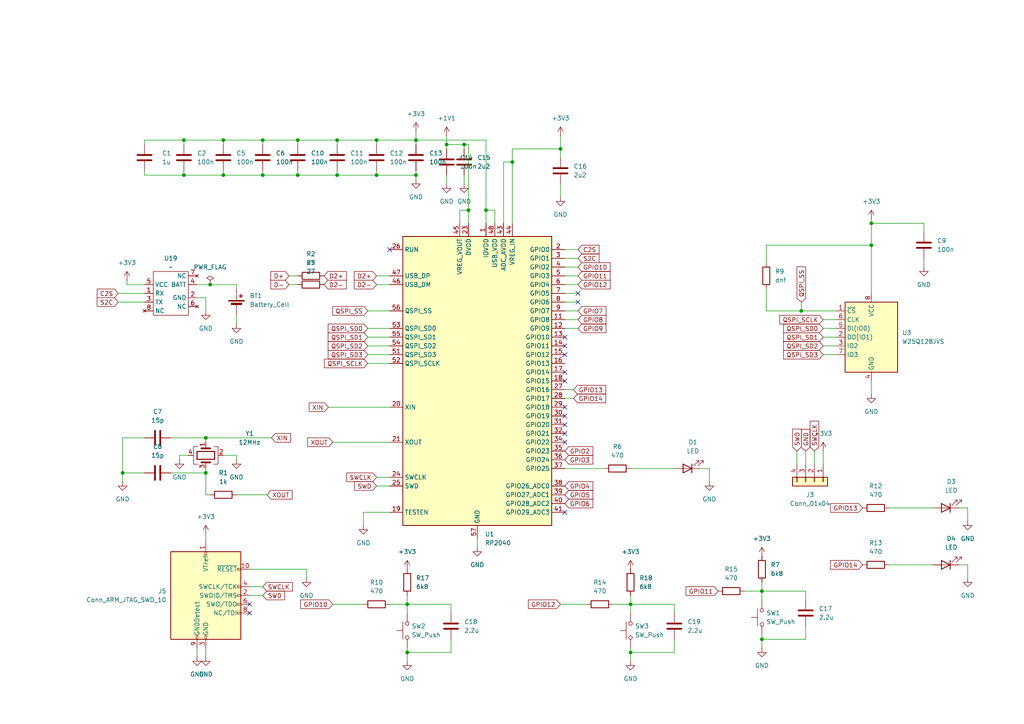
<source format=kicad_sch>
(kicad_sch (version 20231120) (generator "eeschema") (generator_version "8.0")
  (paper "A4")
  (lib_symbols
    (symbol "Connector:Conn_ARM_JTAG_SWD_10" (pin_names (offset 1.016))
      (property "Reference" "J" (at -2.54 16.51 0))
      (property "Value" "Conn_ARM_JTAG_SWD_10" (at -2.54 13.97 0))
      (symbol "Conn_ARM_JTAG_SWD_10_0_1"
        (rectangle (start -10.16 12.7) (end 10.16 -12.7) (stroke (width 0.254)) (fill (type background)))
        (rectangle (start -2.794 -12.7) (end -2.286 -11.684))
        (rectangle (start -0.254 -12.7) (end 0.254 -11.684))
        (rectangle (start -0.254 12.7) (end 0.254 11.684))
        (rectangle (start 9.144 2.286) (end 10.16 2.794))
        (rectangle (start 10.16 -2.794) (end 9.144 -2.286))
        (rectangle (start 10.16 -0.254) (end 9.144 0.254))
        (rectangle (start 10.16 7.874) (end 9.144 7.366))
      )
      (symbol "Conn_ARM_JTAG_SWD_10_1_1"
        (rectangle (start 9.144 -5.334) (end 10.16 -4.826))
        (pin power_in line (at 0 15.24 270) (length 2.54) (name "VTref") (number "1"))
        (pin open_collector line (at 12.7 7.62 180) (length 2.54) (name "~{RESET}") (number "10"))
        (pin bidirectional line (at 12.7 0 180) (length 2.54) (name "SWDIO/TMS") (number "2"))
        (pin power_in line (at 0 -15.24 90) (length 2.54) (name "GND") (number "3"))
        (pin output line (at 12.7 2.54 180) (length 2.54) (name "SWCLK/TCK") (number "4"))
        (pin passive line (at 0 -15.24 90) (length 2.54) hide (name "GND") (number "5"))
        (pin input line (at 12.7 -2.54 180) (length 2.54) (name "SWO/TDO") (number "6"))
        (pin no_connect line (at -10.16 0 0) (length 2.54) hide (name "KEY") (number "7"))
        (pin output line (at 12.7 -5.08 180) (length 2.54) (name "NC/TDI") (number "8"))
        (pin passive line (at -2.54 -15.24 90) (length 2.54) (name "GNDDetect") (number "9"))
      )
    )
    (symbol "Connector_Generic:Conn_01x04" (pin_names (offset 1.016) hide)
      (property "Reference" "J" (at 0 5.08 0))
      (property "Value" "Conn_01x04" (at 0 -7.62 0))
      (symbol "Conn_01x04_1_1"
        (rectangle (start -1.27 -4.953) (end 0 -5.207) (stroke (width 0.1524)))
        (rectangle (start -1.27 -2.413) (end 0 -2.667) (stroke (width 0.1524)))
        (rectangle (start -1.27 0.127) (end 0 -0.127) (stroke (width 0.1524)))
        (rectangle (start -1.27 2.667) (end 0 2.413) (stroke (width 0.1524)))
        (rectangle (start -1.27 3.81) (end 1.27 -6.35) (stroke (width 0.254)) (fill (type background)))
        (pin passive line (at -5.08 2.54 0) (length 3.81) (name "Pin_1") (number "1"))
        (pin passive line (at -5.08 0 0) (length 3.81) (name "Pin_2") (number "2"))
        (pin passive line (at -5.08 -2.54 0) (length 3.81) (name "Pin_3") (number "3"))
        (pin passive line (at -5.08 -5.08 0) (length 3.81) (name "Pin_4") (number "4"))
      )
    )
    (symbol "Device:Battery_Cell" (pin_numbers hide) (pin_names (offset 0) hide)
      (property "Reference" "BT" (at 2.54 2.54 0))
      (property "Value" "Battery_Cell" (at 2.54 0 0))
      (symbol "Battery_Cell_0_1"
        (rectangle (start -2.286 1.778) (end 2.286 1.524) (fill (type outline)))
        (rectangle (start -1.524 1.016) (end 1.524 0.508) (fill (type outline)))
        (polyline (pts (xy 0 0.762) (xy 0 0)))
        (polyline (pts (xy 0 1.778) (xy 0 2.54)))
        (polyline (pts (xy 0.762 3.048) (xy 1.778 3.048)) (stroke (width 0.254)))
        (polyline (pts (xy 1.27 3.556) (xy 1.27 2.54)) (stroke (width 0.254)))
      )
      (symbol "Battery_Cell_1_1"
        (pin passive line (at 0 5.08 270) (length 2.54) (name "+") (number "1"))
        (pin passive line (at 0 -2.54 90) (length 2.54) (name "-") (number "2"))
      )
    )
    (symbol "Device:C" (pin_numbers hide) (pin_names (offset 0.254))
      (property "Reference" "C" (at 0.635 2.54 0))
      (property "Value" "C" (at 0.635 -2.54 0))
      (symbol "C_0_1"
        (polyline (pts (xy -2.032 -0.762) (xy 2.032 -0.762)) (stroke (width 0.508)))
        (polyline (pts (xy -2.032 0.762) (xy 2.032 0.762)) (stroke (width 0.508)))
      )
      (symbol "C_1_1"
        (pin passive line (at 0 3.81 270) (length 2.794) (name "~") (number "1"))
        (pin passive line (at 0 -3.81 90) (length 2.794) (name "~") (number "2"))
      )
    )
    (symbol "Device:Crystal_GND24" (pin_names (offset 1.016) hide)
      (property "Reference" "Y" (at 3.175 5.08 0))
      (property "Value" "Crystal_GND24" (at 3.175 3.175 0))
      (symbol "Crystal_GND24_0_1"
        (rectangle (start -1.143 2.54) (end 1.143 -2.54) (stroke (width 0.3048)))
        (polyline (pts (xy -2.54 0) (xy -2.032 0)))
        (polyline (pts (xy -2.032 -1.27) (xy -2.032 1.27)) (stroke (width 0.508)))
        (polyline (pts (xy 0 -3.81) (xy 0 -3.556)))
        (polyline (pts (xy 0 3.556) (xy 0 3.81)))
        (polyline (pts (xy 2.032 -1.27) (xy 2.032 1.27)) (stroke (width 0.508)))
        (polyline (pts (xy 2.032 0) (xy 2.54 0)))
        (polyline (pts (xy -2.54 -2.286) (xy -2.54 -3.556) (xy 2.54 -3.556) (xy 2.54 -2.286)))
        (polyline (pts (xy -2.54 2.286) (xy -2.54 3.556) (xy 2.54 3.556) (xy 2.54 2.286)))
      )
      (symbol "Crystal_GND24_1_1"
        (pin passive line (at -3.81 0 0) (length 1.27) (name "1") (number "1"))
        (pin passive line (at 0 5.08 270) (length 1.27) (name "2") (number "2"))
        (pin passive line (at 3.81 0 180) (length 1.27) (name "3") (number "3"))
        (pin passive line (at 0 -5.08 90) (length 1.27) (name "4") (number "4"))
      )
    )
    (symbol "Device:LED" (pin_numbers hide) (pin_names (offset 1.016) hide)
      (property "Reference" "D" (at 0 2.54 0))
      (property "Value" "LED" (at 0 -2.54 0))
      (symbol "LED_0_1"
        (polyline (pts (xy -1.27 -1.27) (xy -1.27 1.27)) (stroke (width 0.254)))
        (polyline (pts (xy -1.27 0) (xy 1.27 0)))
        (polyline (pts (xy 1.27 -1.27) (xy 1.27 1.27) (xy -1.27 0) (xy 1.27 -1.27)) (stroke (width 0.254)))
        (polyline (pts (xy -3.048 -0.762) (xy -4.572 -2.286) (xy -3.81 -2.286) (xy -4.572 -2.286) (xy -4.572 -1.524)))
        (polyline (pts (xy -1.778 -0.762) (xy -3.302 -2.286) (xy -2.54 -2.286) (xy -3.302 -2.286) (xy -3.302 -1.524)))
      )
      (symbol "LED_1_1"
        (pin passive line (at -3.81 0 0) (length 2.54) (name "K") (number "1"))
        (pin passive line (at 3.81 0 180) (length 2.54) (name "A") (number "2"))
      )
    )
    (symbol "Device:R" (pin_numbers hide) (pin_names (offset 0))
      (property "Reference" "R" (at 2.032 0 90))
      (property "Value" "R" (at 0 0 90))
      (symbol "R_0_1"
        (rectangle (start -1.016 -2.54) (end 1.016 2.54) (stroke (width 0.254)))
      )
      (symbol "R_1_1"
        (pin passive line (at 0 3.81 270) (length 1.27) (name "~") (number "1"))
        (pin passive line (at 0 -3.81 90) (length 1.27) (name "~") (number "2"))
      )
    )
    (symbol "GPS:GPS-54D"
      (property "Reference" "U" (at 0 0 0))
      (symbol "GPS-54D_0_1"
        (rectangle (start -5.08 5.08) (end 5.08 -7.62))
      )
      (symbol "GPS-54D_1_1"
        (pin input line (at -7.62 -1.27 0) (length 2.54) (name "RX") (number "1"))
        (pin power_in line (at 7.62 -2.54 180) (length 2.54) (name "GND") (number "2"))
        (pin output line (at -7.62 -3.81 0) (length 2.54) (name "TX") (number "3"))
        (pin power_in line (at 7.62 1.27 180) (length 2.54) (name "BATT") (number "4"))
        (pin power_in line (at -7.62 1.27 0) (length 2.54) (name "VCC") (number "5"))
        (pin no_connect line (at 7.62 -5.08 180) (length 2.54) (name "NC") (number "6"))
        (pin no_connect line (at 7.62 3.81 180) (length 2.54) (name "NC") (number "7"))
        (pin no_connect line (at -7.62 -6.35 0) (length 2.54) (name "NC") (number "8"))
      )
    )
    (symbol "MCU_RaspberryPi:RP2040"
      (property "Reference" "U" (at 17.78 45.72 0))
      (property "Value" "RP2040" (at 17.78 43.18 0))
      (symbol "RP2040_0_1"
        (rectangle (start -21.59 41.91) (end 21.59 -41.91) (stroke (width 0.254)) (fill (type background)))
      )
      (symbol "RP2040_1_1"
        (pin power_in line (at 2.54 45.72 270) (length 3.81) (name "IOVDD") (number "1"))
        (pin passive line (at 2.54 45.72 270) (length 3.81) hide (name "IOVDD") (number "10"))
        (pin bidirectional line (at 25.4 17.78 180) (length 3.81) (name "GPIO8") (number "11"))
        (pin bidirectional line (at 25.4 15.24 180) (length 3.81) (name "GPIO9") (number "12"))
        (pin bidirectional line (at 25.4 12.7 180) (length 3.81) (name "GPIO10") (number "13"))
        (pin bidirectional line (at 25.4 10.16 180) (length 3.81) (name "GPIO11") (number "14"))
        (pin bidirectional line (at 25.4 7.62 180) (length 3.81) (name "GPIO12") (number "15"))
        (pin bidirectional line (at 25.4 5.08 180) (length 3.81) (name "GPIO13") (number "16"))
        (pin bidirectional line (at 25.4 2.54 180) (length 3.81) (name "GPIO14") (number "17"))
        (pin bidirectional line (at 25.4 0 180) (length 3.81) (name "GPIO15") (number "18"))
        (pin input line (at -25.4 -38.1 0) (length 3.81) (name "TESTEN") (number "19"))
        (pin bidirectional line (at 25.4 38.1 180) (length 3.81) (name "GPIO0") (number "2"))
        (pin input line (at -25.4 -7.62 0) (length 3.81) (name "XIN") (number "20"))
        (pin passive line (at -25.4 -17.78 0) (length 3.81) (name "XOUT") (number "21"))
        (pin passive line (at 2.54 45.72 270) (length 3.81) hide (name "IOVDD") (number "22"))
        (pin power_in line (at -2.54 45.72 270) (length 3.81) (name "DVDD") (number "23"))
        (pin input line (at -25.4 -27.94 0) (length 3.81) (name "SWCLK") (number "24"))
        (pin bidirectional line (at -25.4 -30.48 0) (length 3.81) (name "SWD") (number "25"))
        (pin input line (at -25.4 38.1 0) (length 3.81) (name "RUN") (number "26"))
        (pin bidirectional line (at 25.4 -2.54 180) (length 3.81) (name "GPIO16") (number "27"))
        (pin bidirectional line (at 25.4 -5.08 180) (length 3.81) (name "GPIO17") (number "28"))
        (pin bidirectional line (at 25.4 -7.62 180) (length 3.81) (name "GPIO18") (number "29"))
        (pin bidirectional line (at 25.4 35.56 180) (length 3.81) (name "GPIO1") (number "3"))
        (pin bidirectional line (at 25.4 -10.16 180) (length 3.81) (name "GPIO19") (number "30"))
        (pin bidirectional line (at 25.4 -12.7 180) (length 3.81) (name "GPIO20") (number "31"))
        (pin bidirectional line (at 25.4 -15.24 180) (length 3.81) (name "GPIO21") (number "32"))
        (pin passive line (at 2.54 45.72 270) (length 3.81) hide (name "IOVDD") (number "33"))
        (pin bidirectional line (at 25.4 -17.78 180) (length 3.81) (name "GPIO22") (number "34"))
        (pin bidirectional line (at 25.4 -20.32 180) (length 3.81) (name "GPIO23") (number "35"))
        (pin bidirectional line (at 25.4 -22.86 180) (length 3.81) (name "GPIO24") (number "36"))
        (pin bidirectional line (at 25.4 -25.4 180) (length 3.81) (name "GPIO25") (number "37"))
        (pin bidirectional line (at 25.4 -30.48 180) (length 3.81) (name "GPIO26_ADC0") (number "38"))
        (pin bidirectional line (at 25.4 -33.02 180) (length 3.81) (name "GPIO27_ADC1") (number "39"))
        (pin bidirectional line (at 25.4 33.02 180) (length 3.81) (name "GPIO2") (number "4"))
        (pin bidirectional line (at 25.4 -35.56 180) (length 3.81) (name "GPIO28_ADC2") (number "40"))
        (pin bidirectional line (at 25.4 -38.1 180) (length 3.81) (name "GPIO29_ADC3") (number "41"))
        (pin passive line (at 2.54 45.72 270) (length 3.81) hide (name "IOVDD") (number "42"))
        (pin power_in line (at 7.62 45.72 270) (length 3.81) (name "ADC_AVDD") (number "43"))
        (pin power_in line (at 10.16 45.72 270) (length 3.81) (name "VREG_IN") (number "44"))
        (pin power_out line (at -5.08 45.72 270) (length 3.81) (name "VREG_VOUT") (number "45"))
        (pin bidirectional line (at -25.4 27.94 0) (length 3.81) (name "USB_DM") (number "46"))
        (pin bidirectional line (at -25.4 30.48 0) (length 3.81) (name "USB_DP") (number "47"))
        (pin power_in line (at 5.08 45.72 270) (length 3.81) (name "USB_VDD") (number "48"))
        (pin passive line (at 2.54 45.72 270) (length 3.81) hide (name "IOVDD") (number "49"))
        (pin bidirectional line (at 25.4 30.48 180) (length 3.81) (name "GPIO3") (number "5"))
        (pin passive line (at -2.54 45.72 270) (length 3.81) hide (name "DVDD") (number "50"))
        (pin bidirectional line (at -25.4 7.62 0) (length 3.81) (name "QSPI_SD3") (number "51"))
        (pin output line (at -25.4 5.08 0) (length 3.81) (name "QSPI_SCLK") (number "52"))
        (pin bidirectional line (at -25.4 15.24 0) (length 3.81) (name "QSPI_SD0") (number "53"))
        (pin bidirectional line (at -25.4 10.16 0) (length 3.81) (name "QSPI_SD2") (number "54"))
        (pin bidirectional line (at -25.4 12.7 0) (length 3.81) (name "QSPI_SD1") (number "55"))
        (pin bidirectional line (at -25.4 20.32 0) (length 3.81) (name "QSPI_SS") (number "56"))
        (pin power_in line (at 0 -45.72 90) (length 3.81) (name "GND") (number "57"))
        (pin bidirectional line (at 25.4 27.94 180) (length 3.81) (name "GPIO4") (number "6"))
        (pin bidirectional line (at 25.4 25.4 180) (length 3.81) (name "GPIO5") (number "7"))
        (pin bidirectional line (at 25.4 22.86 180) (length 3.81) (name "GPIO6") (number "8"))
        (pin bidirectional line (at 25.4 20.32 180) (length 3.81) (name "GPIO7") (number "9"))
      )
    )
    (symbol "Memory_Flash:W25Q128JVS"
      (property "Reference" "U" (at -6.35 11.43 0))
      (property "Value" "W25Q128JVS" (at 7.62 11.43 0))
      (symbol "W25Q128JVS_0_1"
        (rectangle (start -7.62 10.16) (end 7.62 -10.16) (stroke (width 0.254)) (fill (type background)))
      )
      (symbol "W25Q128JVS_1_1"
        (pin input line (at -10.16 7.62 0) (length 2.54) (name "~{CS}") (number "1"))
        (pin bidirectional line (at -10.16 0 0) (length 2.54) (name "DO(IO1)") (number "2"))
        (pin bidirectional line (at -10.16 -2.54 0) (length 2.54) (name "IO2") (number "3"))
        (pin power_in line (at 0 -12.7 90) (length 2.54) (name "GND") (number "4"))
        (pin bidirectional line (at -10.16 2.54 0) (length 2.54) (name "DI(IO0)") (number "5"))
        (pin input line (at -10.16 5.08 0) (length 2.54) (name "CLK") (number "6"))
        (pin bidirectional line (at -10.16 -5.08 0) (length 2.54) (name "IO3") (number "7"))
        (pin power_in line (at 0 12.7 270) (length 2.54) (name "VCC") (number "8"))
      )
    )
    (symbol "Switch:SW_Push" (pin_numbers hide) (pin_names (offset 1.016) hide)
      (property "Reference" "SW" (at 1.27 2.54 0))
      (property "Value" "SW_Push" (at 0 -1.524 0))
      (symbol "SW_Push_0_1"
        (circle (center -2.032 0) (radius 0.508))
        (polyline (pts (xy 0 1.27) (xy 0 3.048)))
        (polyline (pts (xy 2.54 1.27) (xy -2.54 1.27)))
        (circle (center 2.032 0) (radius 0.508))
        (pin passive line (at -5.08 0 0) (length 2.54) (name "1") (number "1"))
        (pin passive line (at 5.08 0 180) (length 2.54) (name "2") (number "2"))
      )
    )
    (symbol "power:+1V1" (power) (pin_numbers hide) (pin_names (offset 0) hide)
      (property "Value" "+1V1" (at 0 3.556 0))
      (symbol "+1V1_0_1"
        (polyline (pts (xy -0.762 1.27) (xy 0 2.54)))
        (polyline (pts (xy 0 0) (xy 0 2.54)))
        (polyline (pts (xy 0 2.54) (xy 0.762 1.27)))
      )
      (symbol "+1V1_1_1"
        (pin power_in line (at 0 0 90) (length 0) (name "~") (number "1"))
      )
    )
    (symbol "power:+3V3" (power) (pin_numbers hide) (pin_names (offset 0) hide)
      (property "Value" "+3V3" (at 0 3.556 0))
      (symbol "+3V3_0_1"
        (polyline (pts (xy -0.762 1.27) (xy 0 2.54)))
        (polyline (pts (xy 0 0) (xy 0 2.54)))
        (polyline (pts (xy 0 2.54) (xy 0.762 1.27)))
      )
      (symbol "+3V3_1_1"
        (pin power_in line (at 0 0 90) (length 0) (name "~") (number "1"))
      )
    )
    (symbol "power:GND" (power) (pin_numbers hide) (pin_names (offset 0) hide)
      (property "Value" "GND" (at 0 -3.81 0))
      (symbol "GND_0_1"
        (polyline (pts (xy 0 0) (xy 0 -1.27) (xy 1.27 -1.27) (xy 0 -2.54) (xy -1.27 -1.27) (xy 0 -1.27)))
      )
      (symbol "GND_1_1"
        (pin power_in line (at 0 0 270) (length 0) (name "~") (number "1"))
      )
    )
    (symbol "power:PWR_FLAG" (power) (pin_numbers hide) (pin_names (offset 0) hide)
      (property "Value" "PWR_FLAG" (at 0 3.81 0))
      (symbol "PWR_FLAG_0_0"
        (pin power_out line (at 0 0 90) (length 0) (name "~") (number "1"))
      )
      (symbol "PWR_FLAG_0_1"
        (polyline (pts (xy 0 0) (xy 0 1.27) (xy -1.016 1.905) (xy 0 2.54) (xy 1.016 1.905) (xy 0 1.27)))
      )
    )
  )
  (junction (at 53.34 40.64))
  (junction (at 64.77 50.8))
  (junction (at 97.79 40.64))
  (junction (at 86.36 40.64))
  (junction (at 220.98 185.42))
  (junction (at 109.22 40.64))
  (junction (at 182.88 189.23))
  (junction (at 118.11 189.23))
  (junction (at 118.11 175.26))
  (junction (at 140.97 60.96))
  (junction (at 182.88 175.26))
  (junction (at 148.59 46.99))
  (junction (at 232.41 90.17))
  (junction (at 162.56 43.18))
  (junction (at 120.65 50.8))
  (junction (at 252.73 64.77))
  (junction (at 53.34 50.8))
  (junction (at 120.65 40.64))
  (junction (at 86.36 50.8))
  (junction (at 64.77 40.64))
  (junction (at 220.98 171.45))
  (junction (at 76.2 40.64))
  (junction (at 109.22 50.8))
  (junction (at 35.56 137.16))
  (junction (at 252.73 71.12))
  (junction (at 60.96 82.55))
  (junction (at 135.89 60.96))
  (junction (at 129.54 41.91))
  (junction (at 134.62 41.91))
  (junction (at 97.79 50.8))
  (junction (at 59.69 137.16))
  (junction (at 76.2 50.8))
  (junction (at 59.69 127))
  (no_connect (at 163.83 110.49))
  (no_connect (at 163.83 107.95))
  (no_connect (at 72.39 175.26))
  (no_connect (at 163.83 148.59))
  (no_connect (at 163.83 118.11))
  (no_connect (at 167.64 85.09))
  (no_connect (at 163.83 97.79))
  (no_connect (at 113.03 72.39))
  (no_connect (at 167.64 87.63))
  (no_connect (at 163.83 102.87))
  (no_connect (at 72.39 177.8))
  (no_connect (at 163.83 125.73))
  (no_connect (at 163.83 128.27))
  (no_connect (at 163.83 120.65))
  (no_connect (at 163.83 100.33))
  (no_connect (at 163.83 123.19))
  (wire (pts (xy 53.34 50.8) (xy 64.77 50.8)))
  (wire (pts (xy 148.59 64.77) (xy 148.59 46.99)))
  (wire (pts (xy 52.07 132.08) (xy 54.61 132.08)))
  (wire (pts (xy 86.36 40.64) (xy 76.2 40.64)))
  (wire (pts (xy 113.03 118.11) (xy 95.25 118.11)))
  (wire (pts (xy 182.88 189.23) (xy 195.58 189.23)))
  (wire (pts (xy 109.22 50.8) (xy 120.65 50.8)))
  (wire (pts (xy 106.68 102.87) (xy 113.03 102.87)))
  (wire (pts (xy 148.59 46.99) (xy 148.59 43.18)))
  (wire (pts (xy 41.91 41.91) (xy 41.91 40.64)))
  (wire (pts (xy 203.2 135.89) (xy 205.74 135.89)))
  (wire (pts (xy 163.83 80.01) (xy 167.64 80.01)))
  (wire (pts (xy 96.52 175.26) (xy 105.41 175.26)))
  (wire (pts (xy 109.22 140.97) (xy 113.03 140.97)))
  (wire (pts (xy 106.68 95.25) (xy 113.03 95.25)))
  (wire (pts (xy 133.35 60.96) (xy 135.89 60.96)))
  (wire (pts (xy 233.68 185.42) (xy 233.68 181.61)))
  (wire (pts (xy 59.69 143.51) (xy 60.96 143.51)))
  (wire (pts (xy 257.81 147.32) (xy 270.51 147.32)))
  (wire (pts (xy 106.68 100.33) (xy 113.03 100.33)))
  (wire (pts (xy 195.58 185.42) (xy 195.58 189.23)))
  (wire (pts (xy 182.88 177.8) (xy 182.88 175.26)))
  (wire (pts (xy 232.41 90.17) (xy 242.57 90.17)))
  (wire (pts (xy 129.54 50.8) (xy 129.54 53.34)))
  (wire (pts (xy 163.83 82.55) (xy 167.64 82.55)))
  (wire (pts (xy 162.56 53.34) (xy 162.56 57.15)))
  (wire (pts (xy 36.83 81.28) (xy 36.83 82.55)))
  (wire (pts (xy 134.62 41.91) (xy 134.62 43.18)))
  (wire (pts (xy 35.56 137.16) (xy 41.91 137.16)))
  (wire (pts (xy 109.22 82.55) (xy 113.03 82.55)))
  (wire (pts (xy 163.83 77.47) (xy 167.64 77.47)))
  (wire (pts (xy 220.98 168.91) (xy 220.98 171.45)))
  (wire (pts (xy 162.56 39.37) (xy 162.56 43.18)))
  (wire (pts (xy 177.8 175.26) (xy 182.88 175.26)))
  (wire (pts (xy 236.22 130.81) (xy 236.22 134.62)))
  (wire (pts (xy 182.88 135.89) (xy 195.58 135.89)))
  (wire (pts (xy 129.54 41.91) (xy 129.54 43.18)))
  (wire (pts (xy 118.11 177.8) (xy 118.11 175.26)))
  (wire (pts (xy 182.88 172.72) (xy 182.88 175.26)))
  (wire (pts (xy 76.2 40.64) (xy 64.77 40.64)))
  (wire (pts (xy 143.51 60.96) (xy 140.97 60.96)))
  (wire (pts (xy 233.68 171.45) (xy 233.68 173.99)))
  (wire (pts (xy 215.9 171.45) (xy 220.98 171.45)))
  (wire (pts (xy 220.98 185.42) (xy 220.98 187.96)))
  (wire (pts (xy 64.77 40.64) (xy 53.34 40.64)))
  (wire (pts (xy 34.29 87.63) (xy 41.91 87.63)))
  (wire (pts (xy 232.41 87.63) (xy 232.41 90.17)))
  (wire (pts (xy 97.79 49.53) (xy 97.79 50.8)))
  (wire (pts (xy 76.2 40.64) (xy 76.2 41.91)))
  (wire (pts (xy 129.54 39.37) (xy 129.54 41.91)))
  (wire (pts (xy 163.83 85.09) (xy 167.64 85.09)))
  (wire (pts (xy 118.11 189.23) (xy 118.11 191.77)))
  (wire (pts (xy 120.65 50.8) (xy 120.65 52.07)))
  (wire (pts (xy 57.15 82.55) (xy 60.96 82.55)))
  (wire (pts (xy 280.67 147.32) (xy 280.67 151.13)))
  (wire (pts (xy 59.69 127) (xy 59.69 128.27)))
  (wire (pts (xy 76.2 50.8) (xy 86.36 50.8)))
  (wire (pts (xy 133.35 64.77) (xy 133.35 60.96)))
  (wire (pts (xy 232.41 90.17) (xy 222.25 90.17)))
  (wire (pts (xy 72.39 172.72) (xy 76.2 172.72)))
  (wire (pts (xy 135.89 60.96) (xy 135.89 64.77)))
  (wire (pts (xy 163.83 72.39) (xy 167.64 72.39)))
  (wire (pts (xy 35.56 137.16) (xy 35.56 127)))
  (wire (pts (xy 83.82 82.55) (xy 86.36 82.55)))
  (wire (pts (xy 64.77 40.64) (xy 64.77 41.91)))
  (wire (pts (xy 64.77 132.08) (xy 68.58 132.08)))
  (wire (pts (xy 220.98 171.45) (xy 233.68 171.45)))
  (wire (pts (xy 182.88 187.96) (xy 182.88 189.23)))
  (wire (pts (xy 120.65 49.53) (xy 120.65 50.8)))
  (wire (pts (xy 163.83 92.71) (xy 167.64 92.71)))
  (wire (pts (xy 280.67 163.83) (xy 280.67 167.64)))
  (wire (pts (xy 109.22 80.01) (xy 113.03 80.01)))
  (wire (pts (xy 120.65 40.64) (xy 140.97 40.64)))
  (wire (pts (xy 120.65 40.64) (xy 120.65 38.1)))
  (wire (pts (xy 252.73 64.77) (xy 252.73 71.12)))
  (wire (pts (xy 49.53 127) (xy 59.69 127)))
  (wire (pts (xy 278.13 163.83) (xy 280.67 163.83)))
  (wire (pts (xy 182.88 189.23) (xy 182.88 191.77)))
  (wire (pts (xy 118.11 189.23) (xy 130.81 189.23)))
  (wire (pts (xy 163.83 113.03) (xy 166.37 113.03)))
  (wire (pts (xy 238.76 102.87) (xy 242.57 102.87)))
  (wire (pts (xy 59.69 187.96) (xy 59.69 190.5)))
  (wire (pts (xy 252.73 71.12) (xy 252.73 85.09)))
  (wire (pts (xy 118.11 187.96) (xy 118.11 189.23)))
  (wire (pts (xy 238.76 100.33) (xy 242.57 100.33)))
  (wire (pts (xy 86.36 49.53) (xy 86.36 50.8)))
  (wire (pts (xy 163.83 135.89) (xy 175.26 135.89)))
  (wire (pts (xy 238.76 95.25) (xy 242.57 95.25)))
  (wire (pts (xy 129.54 41.91) (xy 134.62 41.91)))
  (wire (pts (xy 148.59 43.18) (xy 162.56 43.18)))
  (wire (pts (xy 205.74 135.89) (xy 205.74 139.7)))
  (wire (pts (xy 68.58 132.08) (xy 68.58 133.35)))
  (wire (pts (xy 195.58 175.26) (xy 195.58 177.8)))
  (wire (pts (xy 109.22 40.64) (xy 109.22 41.91)))
  (wire (pts (xy 231.14 130.81) (xy 231.14 134.62)))
  (wire (pts (xy 222.25 90.17) (xy 222.25 83.82)))
  (wire (pts (xy 220.98 184.15) (xy 220.98 185.42)))
  (wire (pts (xy 35.56 137.16) (xy 35.56 139.7)))
  (wire (pts (xy 163.83 90.17) (xy 167.64 90.17)))
  (wire (pts (xy 83.82 80.01) (xy 86.36 80.01)))
  (wire (pts (xy 109.22 49.53) (xy 109.22 50.8)))
  (wire (pts (xy 106.68 97.79) (xy 113.03 97.79)))
  (wire (pts (xy 41.91 49.53) (xy 41.91 50.8)))
  (wire (pts (xy 106.68 105.41) (xy 113.03 105.41)))
  (wire (pts (xy 59.69 127) (xy 78.74 127)))
  (wire (pts (xy 76.2 49.53) (xy 76.2 50.8)))
  (wire (pts (xy 53.34 40.64) (xy 53.34 41.91)))
  (wire (pts (xy 68.58 91.44) (xy 68.58 93.98)))
  (wire (pts (xy 68.58 82.55) (xy 68.58 83.82)))
  (wire (pts (xy 97.79 40.64) (xy 86.36 40.64)))
  (wire (pts (xy 252.73 63.5) (xy 252.73 64.77)))
  (wire (pts (xy 238.76 130.81) (xy 238.76 134.62)))
  (wire (pts (xy 163.83 115.57) (xy 166.37 115.57)))
  (wire (pts (xy 97.79 50.8) (xy 109.22 50.8)))
  (wire (pts (xy 252.73 110.49) (xy 252.73 114.3)))
  (wire (pts (xy 49.53 137.16) (xy 59.69 137.16)))
  (wire (pts (xy 130.81 185.42) (xy 130.81 189.23)))
  (wire (pts (xy 41.91 40.64) (xy 53.34 40.64)))
  (wire (pts (xy 34.29 85.09) (xy 41.91 85.09)))
  (wire (pts (xy 88.9 165.1) (xy 88.9 167.64)))
  (wire (pts (xy 53.34 49.53) (xy 53.34 50.8)))
  (wire (pts (xy 57.15 187.96) (xy 57.15 190.5)))
  (wire (pts (xy 60.96 82.55) (xy 68.58 82.55)))
  (wire (pts (xy 57.15 86.36) (xy 59.69 86.36)))
  (wire (pts (xy 118.11 175.26) (xy 130.81 175.26)))
  (wire (pts (xy 118.11 172.72) (xy 118.11 175.26)))
  (wire (pts (xy 140.97 60.96) (xy 140.97 64.77)))
  (wire (pts (xy 146.05 64.77) (xy 146.05 46.99)))
  (wire (pts (xy 86.36 40.64) (xy 86.36 41.91)))
  (wire (pts (xy 59.69 135.89) (xy 59.69 137.16)))
  (wire (pts (xy 134.62 41.91) (xy 135.89 41.91)))
  (wire (pts (xy 105.41 148.59) (xy 113.03 148.59)))
  (wire (pts (xy 135.89 41.91) (xy 135.89 60.96)))
  (wire (pts (xy 86.36 50.8) (xy 97.79 50.8)))
  (wire (pts (xy 59.69 86.36) (xy 59.69 90.17)))
  (wire (pts (xy 120.65 40.64) (xy 109.22 40.64)))
  (wire (pts (xy 278.13 147.32) (xy 280.67 147.32)))
  (wire (pts (xy 143.51 64.77) (xy 143.51 60.96)))
  (wire (pts (xy 68.58 143.51) (xy 77.47 143.51)))
  (wire (pts (xy 222.25 76.2) (xy 222.25 71.12)))
  (wire (pts (xy 52.07 133.35) (xy 52.07 132.08)))
  (wire (pts (xy 97.79 40.64) (xy 97.79 41.91)))
  (wire (pts (xy 130.81 175.26) (xy 130.81 177.8)))
  (wire (pts (xy 257.81 163.83) (xy 270.51 163.83)))
  (wire (pts (xy 146.05 46.99) (xy 148.59 46.99)))
  (wire (pts (xy 140.97 60.96) (xy 140.97 40.64)))
  (wire (pts (xy 267.97 74.93) (xy 267.97 77.47)))
  (wire (pts (xy 163.83 95.25) (xy 167.64 95.25)))
  (wire (pts (xy 267.97 64.77) (xy 267.97 67.31)))
  (wire (pts (xy 233.68 130.81) (xy 233.68 134.62)))
  (wire (pts (xy 182.88 175.26) (xy 195.58 175.26)))
  (wire (pts (xy 162.56 175.26) (xy 170.18 175.26)))
  (wire (pts (xy 96.52 128.27) (xy 113.03 128.27)))
  (wire (pts (xy 59.69 143.51) (xy 59.69 137.16)))
  (wire (pts (xy 134.62 50.8) (xy 134.62 53.34)))
  (wire (pts (xy 238.76 97.79) (xy 242.57 97.79)))
  (wire (pts (xy 162.56 43.18) (xy 162.56 45.72)))
  (wire (pts (xy 59.69 154.94) (xy 59.69 157.48)))
  (wire (pts (xy 64.77 50.8) (xy 76.2 50.8)))
  (wire (pts (xy 252.73 64.77) (xy 267.97 64.77)))
  (wire (pts (xy 222.25 71.12) (xy 252.73 71.12)))
  (wire (pts (xy 220.98 173.99) (xy 220.98 171.45)))
  (wire (pts (xy 41.91 50.8) (xy 53.34 50.8)))
  (wire (pts (xy 163.83 74.93) (xy 167.64 74.93)))
  (wire (pts (xy 109.22 138.43) (xy 113.03 138.43)))
  (wire (pts (xy 238.76 92.71) (xy 242.57 92.71)))
  (wire (pts (xy 35.56 127) (xy 41.91 127)))
  (wire (pts (xy 120.65 40.64) (xy 120.65 41.91)))
  (wire (pts (xy 138.43 156.21) (xy 138.43 158.75)))
  (wire (pts (xy 163.83 87.63) (xy 167.64 87.63)))
  (wire (pts (xy 105.41 152.4) (xy 105.41 148.59)))
  (wire (pts (xy 109.22 40.64) (xy 97.79 40.64)))
  (wire (pts (xy 113.03 175.26) (xy 118.11 175.26)))
  (wire (pts (xy 220.98 185.42) (xy 233.68 185.42)))
  (wire (pts (xy 106.68 90.17) (xy 113.03 90.17)))
  (wire (pts (xy 64.77 49.53) (xy 64.77 50.8)))
  (wire (pts (xy 36.83 82.55) (xy 41.91 82.55)))
  (wire (pts (xy 72.39 165.1) (xy 88.9 165.1)))
  (wire (pts (xy 72.39 170.18) (xy 76.2 170.18)))
  (global_label "GPIO5" (shape input) (at 163.83 143.51 0) (property "Intersheetrefs" "${INTERSHEET_REFS}" (effects (hide yes))))
  (global_label "C2S" (shape input) (at 34.29 85.09 180) (property "Intersheetrefs" "${INTERSHEET_REFS}" (effects (hide yes))))
  (global_label "GPIO8" (shape input) (at 167.64 92.71 0) (property "Intersheetrefs" "${INTERSHEET_REFS}" (effects (hide yes))))
  (global_label "GPIO4" (shape input) (at 163.83 140.97 0) (property "Intersheetrefs" "${INTERSHEET_REFS}" (effects (hide yes))))
  (global_label "GPIO12" (shape input) (at 162.56 175.26 180) (property "Intersheetrefs" "${INTERSHEET_REFS}" (effects (hide yes))))
  (global_label "GPIO3" (shape input) (at 163.83 133.35 0) (property "Intersheetrefs" "${INTERSHEET_REFS}" (effects (hide yes))))
  (global_label "SWCLK" (shape input) (at 236.22 130.81 90) (property "Intersheetrefs" "${INTERSHEET_REFS}" (effects (hide yes))))
  (global_label "D2+" (shape input) (at 109.22 80.01 180) (property "Intersheetrefs" "${INTERSHEET_REFS}" (effects (hide yes))))
  (global_label "SWD" (shape input) (at 76.2 172.72 0) (property "Intersheetrefs" "${INTERSHEET_REFS}" (effects (hide yes))))
  (global_label "QSPI_SD0" (shape input) (at 238.76 95.25 180) (property "Intersheetrefs" "${INTERSHEET_REFS}" (effects (hide yes))))
  (global_label "GPIO2" (shape input) (at 163.83 130.81 0) (property "Intersheetrefs" "${INTERSHEET_REFS}" (effects (hide yes))))
  (global_label "SWD" (shape input) (at 109.22 140.97 180) (property "Intersheetrefs" "${INTERSHEET_REFS}" (effects (hide yes))))
  (global_label "C2S" (shape input) (at 167.64 72.39 0) (property "Intersheetrefs" "${INTERSHEET_REFS}" (effects (hide yes))))
  (global_label "GPIO12" (shape input) (at 167.64 82.55 0) (property "Intersheetrefs" "${INTERSHEET_REFS}" (effects (hide yes))))
  (global_label "XOUT" (shape input) (at 77.47 143.51 0) (property "Intersheetrefs" "${INTERSHEET_REFS}" (effects (hide yes))))
  (global_label "QSPI_SD3" (shape input) (at 238.76 102.87 180) (property "Intersheetrefs" "${INTERSHEET_REFS}" (effects (hide yes))))
  (global_label "GPIO14" (shape input) (at 250.19 163.83 180) (property "Intersheetrefs" "${INTERSHEET_REFS}" (effects (hide yes))))
  (global_label "S2C" (shape input) (at 167.64 74.93 0) (property "Intersheetrefs" "${INTERSHEET_REFS}" (effects (hide yes))))
  (global_label "GPIO14" (shape input) (at 166.37 115.57 0) (property "Intersheetrefs" "${INTERSHEET_REFS}" (effects (hide yes))))
  (global_label "GPIO11" (shape input) (at 167.64 80.01 0) (property "Intersheetrefs" "${INTERSHEET_REFS}" (effects (hide yes))))
  (global_label "S2C" (shape input) (at 34.29 87.63 180) (property "Intersheetrefs" "${INTERSHEET_REFS}" (effects (hide yes))))
  (global_label "GPIO7" (shape input) (at 167.64 90.17 0) (property "Intersheetrefs" "${INTERSHEET_REFS}" (effects (hide yes))))
  (global_label "GPIO13" (shape input) (at 250.19 147.32 180) (property "Intersheetrefs" "${INTERSHEET_REFS}" (effects (hide yes))))
  (global_label "QSPI_SD0" (shape input) (at 106.68 95.25 180) (property "Intersheetrefs" "${INTERSHEET_REFS}" (effects (hide yes))))
  (global_label "XIN" (shape input) (at 95.25 118.11 180) (property "Intersheetrefs" "${INTERSHEET_REFS}" (effects (hide yes))))
  (global_label "XOUT" (shape input) (at 96.52 128.27 180) (property "Intersheetrefs" "${INTERSHEET_REFS}" (effects (hide yes))))
  (global_label "GPIO9" (shape input) (at 167.64 95.25 0) (property "Intersheetrefs" "${INTERSHEET_REFS}" (effects (hide yes))))
  (global_label "GPIO11" (shape input) (at 208.28 171.45 180) (property "Intersheetrefs" "${INTERSHEET_REFS}" (effects (hide yes))))
  (global_label "QSPI_SD2" (shape input) (at 238.76 100.33 180) (property "Intersheetrefs" "${INTERSHEET_REFS}" (effects (hide yes))))
  (global_label "D2+" (shape input) (at 93.98 80.01 0) (property "Intersheetrefs" "${INTERSHEET_REFS}" (effects (hide yes))))
  (global_label "GND" (shape input) (at 233.68 130.81 90) (property "Intersheetrefs" "${INTERSHEET_REFS}" (effects (hide yes))))
  (global_label "GPIO10" (shape input) (at 96.52 175.26 180) (property "Intersheetrefs" "${INTERSHEET_REFS}" (effects (hide yes))))
  (global_label "D2-" (shape input) (at 93.98 82.55 0) (property "Intersheetrefs" "${INTERSHEET_REFS}" (effects (hide yes))))
  (global_label "D2-" (shape input) (at 109.22 82.55 180) (property "Intersheetrefs" "${INTERSHEET_REFS}" (effects (hide yes))))
  (global_label "GPIO13" (shape input) (at 166.37 113.03 0) (property "Intersheetrefs" "${INTERSHEET_REFS}" (effects (hide yes))))
  (global_label "XIN" (shape input) (at 78.74 127 0) (property "Intersheetrefs" "${INTERSHEET_REFS}" (effects (hide yes))))
  (global_label "QSPI_SS" (shape input) (at 106.68 90.17 180) (property "Intersheetrefs" "${INTERSHEET_REFS}" (effects (hide yes))))
  (global_label "QSPI_SD2" (shape input) (at 106.68 100.33 180) (property "Intersheetrefs" "${INTERSHEET_REFS}" (effects (hide yes))))
  (global_label "GPIO6" (shape input) (at 163.83 146.05 0) (property "Intersheetrefs" "${INTERSHEET_REFS}" (effects (hide yes))))
  (global_label "D-" (shape input) (at 83.82 82.55 180) (property "Intersheetrefs" "${INTERSHEET_REFS}" (effects (hide yes))))
  (global_label "SWCLK" (shape input) (at 76.2 170.18 0) (property "Intersheetrefs" "${INTERSHEET_REFS}" (effects (hide yes))))
  (global_label "QSPI_SCLK" (shape input) (at 106.68 105.41 180) (property "Intersheetrefs" "${INTERSHEET_REFS}" (effects (hide yes))))
  (global_label "SWD" (shape input) (at 231.14 130.81 90) (property "Intersheetrefs" "${INTERSHEET_REFS}" (effects (hide yes))))
  (global_label "GPIO10" (shape input) (at 167.64 77.47 0) (property "Intersheetrefs" "${INTERSHEET_REFS}" (effects (hide yes))))
  (global_label "QSPI_SD1" (shape input) (at 106.68 97.79 180) (property "Intersheetrefs" "${INTERSHEET_REFS}" (effects (hide yes))))
  (global_label "QSPI_SS" (shape input) (at 232.41 87.63 90) (property "Intersheetrefs" "${INTERSHEET_REFS}" (effects (hide yes))))
  (global_label "QSPI_SD1" (shape input) (at 238.76 97.79 180) (property "Intersheetrefs" "${INTERSHEET_REFS}" (effects (hide yes))))
  (global_label "QSPI_SD3" (shape input) (at 106.68 102.87 180) (property "Intersheetrefs" "${INTERSHEET_REFS}" (effects (hide yes))))
  (global_label "SWCLK" (shape input) (at 109.22 138.43 180) (property "Intersheetrefs" "${INTERSHEET_REFS}" (effects (hide yes))))
  (global_label "QSPI_SCLK" (shape input) (at 238.76 92.71 180) (property "Intersheetrefs" "${INTERSHEET_REFS}" (effects (hide yes))))
  (global_label "D+" (shape input) (at 83.82 80.01 180) (property "Intersheetrefs" "${INTERSHEET_REFS}" (effects (hide yes))))
  (symbol (lib_id "Device:C") (at 233.68 177.8 0) (unit 1)
    (property "Reference" "C17" (at 237.49 176.5299 0) (effects (justify left)))
    (property "Value" "2.2u" (at 237.49 179.0699 0) (effects (justify left)))
    (property "Footprint" "Capacitor_SMD:C_0402_1005Metric" (effects (hide yes)))
    (property "Description" "Unpolarized capacitor" (effects (hide yes)))
  )
  (symbol (lib_id "power:GND") (at 57.15 190.5 0) (unit 1)
    (property "Reference" "#PWR035" (effects (hide yes)))
    (property "Value" "GND" (at 57.15 195.58 0))
    (property "Description" "Power symbol creates a global label with name \"GND\" , ground" (effects (hide yes)))
  )
  (symbol (lib_id "Device:R") (at 212.09 171.45 90) (unit 1)
    (property "Reference" "R15" (at 212.09 165.1 90))
    (property "Value" "470" (at 212.09 167.64 90))
    (property "Footprint" "Resistor_SMD:R_0402_1005Metric" (effects (hide yes)))
    (property "Description" "Resistor" (effects (hide yes)))
  )
  (symbol (lib_id "power:+3V3") (at 252.73 63.5 0) (unit 1)
    (property "Reference" "#PWR023" (effects (hide yes)))
    (property "Value" "+3V3" (at 252.73 58.42 0))
    (property "Description" "Power symbol creates a global label with name \"+3V3\"" (effects (hide yes)))
  )
  (symbol (lib_id "Device:Crystal_GND24") (at 59.69 132.08 270) (unit 1)
    (property "Reference" "Y1" (at 72.39 125.7614 90))
    (property "Value" "12MHz" (at 72.39 128.3014 90))
    (property "Footprint" "Crystal:Crystal_SMD_3225-4Pin_3.2x2.5mm" (effects (hide yes)))
    (property "Description" "Four pin crystal, GND on pins 2 and 4" (effects (hide yes)))
  )
  (symbol (lib_id "Device:R") (at 118.11 168.91 0) (unit 1)
    (property "Reference" "R17" (at 120.65 167.6399 0) (effects (justify left)))
    (property "Value" "6k8" (at 120.65 170.1799 0) (effects (justify left)))
    (property "Footprint" "Resistor_SMD:R_0402_1005Metric" (effects (hide yes)))
    (property "Description" "Resistor" (effects (hide yes)))
  )
  (symbol (lib_id "Device:R") (at 109.22 175.26 90) (unit 1)
    (property "Reference" "R10" (at 109.22 168.91 90))
    (property "Value" "470" (at 109.22 171.45 90))
    (property "Footprint" "Resistor_SMD:R_0402_1005Metric" (effects (hide yes)))
    (property "Description" "Resistor" (effects (hide yes)))
  )
  (symbol (lib_id "GPS:GPS-54D") (at 49.53 83.82 0) (unit 1)
    (property "Reference" "U19" (at 49.53 74.93 0))
    (property "Value" "~" (at 49.53 77.47 0))
    (property "Footprint" "Connector_PinHeader_2.00mm:PinHeader_2x04_P2.00mm_Vertical_SMD" (effects (hide yes)))
  )
  (symbol (lib_id "power:+3V3") (at 238.76 130.81 0) (unit 1)
    (property "Reference" "#PWR033" (effects (hide yes)))
    (property "Value" "+3V3" (at 238.76 125.73 0))
    (property "Description" "Power symbol creates a global label with name \"+3V3\"" (effects (hide yes)))
  )
  (symbol (lib_id "Device:R") (at 222.25 80.01 0) (unit 1)
    (property "Reference" "R9" (at 224.79 78.7399 0) (effects (justify left)))
    (property "Value" "dnf" (at 224.79 81.2799 0) (effects (justify left)))
    (property "Footprint" "Resistor_SMD:R_0402_1005Metric" (effects (hide yes)))
    (property "Description" "Resistor" (effects (hide yes)))
  )
  (symbol (lib_id "Device:C") (at 53.34 45.72 180) (unit 1)
    (property "Reference" "C2" (at 57.15 44.4499 0) (effects (justify right)))
    (property "Value" "100n" (at 57.15 46.9899 0) (effects (justify right)))
    (property "Footprint" "Capacitor_SMD:C_0402_1005Metric" (effects (hide yes)))
    (property "Description" "Unpolarized capacitor" (effects (hide yes)))
  )
  (symbol (lib_id "Device:C") (at 129.54 46.99 180) (unit 1)
    (property "Reference" "C14" (at 133.35 45.7199 0) (effects (justify right)))
    (property "Value" "100n" (at 133.35 48.2599 0) (effects (justify right)))
    (property "Footprint" "Capacitor_SMD:C_0402_1005Metric" (effects (hide yes)))
    (property "Description" "Unpolarized capacitor" (effects (hide yes)))
  )
  (symbol (lib_id "power:GND") (at 88.9 167.64 0) (unit 1)
    (property "Reference" "#PWR073" (effects (hide yes)))
    (property "Value" "GND" (at 88.9 172.72 0))
    (property "Description" "Power symbol creates a global label with name \"GND\" , ground" (effects (hide yes)))
  )
  (symbol (lib_id "power:GND") (at 118.11 191.77 0) (unit 1)
    (property "Reference" "#PWR079" (effects (hide yes)))
    (property "Value" "GND" (at 118.11 196.85 0))
    (property "Description" "Power symbol creates a global label with name \"GND\" , ground" (effects (hide yes)))
  )
  (symbol (lib_id "power:+3V3") (at 118.11 165.1 0) (unit 1)
    (property "Reference" "#PWR078" (effects (hide yes)))
    (property "Value" "+3V3" (at 118.11 160.02 0))
    (property "Description" "Power symbol creates a global label with name \"+3V3\"" (effects (hide yes)))
  )
  (symbol (lib_id "Switch:SW_Push") (at 182.88 182.88 90) (unit 1)
    (property "Reference" "SW3" (at 184.15 181.6099 90) (effects (justify right)))
    (property "Value" "SW_Push" (at 184.15 184.1499 90) (effects (justify right)))
    (property "Footprint" "Button_Switch_SMD:SW_SPST_TL3342" (effects (hide yes)))
    (property "Description" "Push button switch, generic, two pins" (effects (hide yes)))
  )
  (symbol (lib_id "power:+1V1") (at 129.54 39.37 0) (unit 1)
    (property "Reference" "#PWR07" (effects (hide yes)))
    (property "Value" "+1V1" (at 129.54 34.29 0))
    (property "Description" "Power symbol creates a global label with name \"+1V1\"" (effects (hide yes)))
  )
  (symbol (lib_id "power:GND") (at 120.65 52.07 0) (unit 1)
    (property "Reference" "#PWR06" (effects (hide yes)))
    (property "Value" "GND" (at 120.65 57.15 0))
    (property "Description" "Power symbol creates a global label with name \"GND\" , ground" (effects (hide yes)))
  )
  (symbol (lib_id "power:GND") (at 162.56 57.15 0) (unit 1)
    (property "Reference" "#PWR021" (effects (hide yes)))
    (property "Value" "GND" (at 162.56 62.23 0))
    (property "Description" "Power symbol creates a global label with name \"GND\" , ground" (effects (hide yes)))
  )
  (symbol (lib_id "Device:R") (at 182.88 168.91 0) (unit 1)
    (property "Reference" "R18" (at 185.42 167.6399 0) (effects (justify left)))
    (property "Value" "6k8" (at 185.42 170.1799 0) (effects (justify left)))
    (property "Footprint" "Resistor_SMD:R_0402_1005Metric" (effects (hide yes)))
    (property "Description" "Resistor" (effects (hide yes)))
  )
  (symbol (lib_id "power:PWR_FLAG") (at 60.96 82.55 0) (unit 1)
    (property "Reference" "#FLG03" (effects (hide yes)))
    (property "Value" "PWR_FLAG" (at 60.96 77.47 0))
    (property "Description" "Special symbol for telling ERC where power comes from" (effects (hide yes)))
  )
  (symbol (lib_id "power:GND") (at 138.43 158.75 0) (unit 1)
    (property "Reference" "#PWR019" (effects (hide yes)))
    (property "Value" "GND" (at 138.43 163.83 0))
    (property "Description" "Power symbol creates a global label with name \"GND\" , ground" (effects (hide yes)))
  )
  (symbol (lib_id "power:+3V3") (at 162.56 39.37 0) (unit 1)
    (property "Reference" "#PWR020" (effects (hide yes)))
    (property "Value" "+3V3" (at 162.56 34.29 0))
    (property "Description" "Power symbol creates a global label with name \"+3V3\"" (effects (hide yes)))
  )
  (symbol (lib_id "Device:R") (at 179.07 135.89 90) (unit 1)
    (property "Reference" "R6" (at 179.07 129.54 90))
    (property "Value" "470" (at 179.07 132.08 90))
    (property "Footprint" "Resistor_SMD:R_0402_1005Metric" (effects (hide yes)))
    (property "Description" "Resistor" (effects (hide yes)))
  )
  (symbol (lib_id "Device:R") (at 90.17 82.55 90) (unit 1)
    (property "Reference" "R5" (at 90.17 76.2 90))
    (property "Value" "27" (at 90.17 78.74 90))
    (property "Footprint" "Resistor_SMD:R_0402_1005Metric" (effects (hide yes)))
    (property "Description" "Resistor" (effects (hide yes)))
  )
  (symbol (lib_id "Device:R") (at 254 163.83 90) (unit 1)
    (property "Reference" "R13" (at 254 157.48 90))
    (property "Value" "470" (at 254 160.02 90))
    (property "Footprint" "Resistor_SMD:R_0402_1005Metric" (effects (hide yes)))
    (property "Description" "Resistor" (effects (hide yes)))
  )
  (symbol (lib_id "power:GND") (at 134.62 53.34 0) (unit 1)
    (property "Reference" "#PWR09" (effects (hide yes)))
    (property "Value" "GND" (at 134.62 58.42 0))
    (property "Description" "Power symbol creates a global label with name \"GND\" , ground" (effects (hide yes)))
  )
  (symbol (lib_id "Device:C") (at 130.81 181.61 0) (unit 1)
    (property "Reference" "C18" (at 134.62 180.3399 0) (effects (justify left)))
    (property "Value" "2.2u" (at 134.62 182.8799 0) (effects (justify left)))
    (property "Footprint" "Capacitor_SMD:C_0402_1005Metric" (effects (hide yes)))
    (property "Description" "Unpolarized capacitor" (effects (hide yes)))
  )
  (symbol (lib_id "power:+3V3") (at 36.83 81.28 0) (unit 1)
    (property "Reference" "#PWR029" (effects (hide yes)))
    (property "Value" "+3V3" (at 36.83 76.2 0))
    (property "Description" "Power symbol creates a global label with name \"+3V3\"" (effects (hide yes)))
  )
  (symbol (lib_id "power:GND") (at 280.67 167.64 0) (unit 1)
    (property "Reference" "#PWR070" (effects (hide yes)))
    (property "Value" "GND" (at 280.67 172.72 0))
    (property "Description" "Power symbol creates a global label with name \"GND\" , ground" (effects (hide yes)))
  )
  (symbol (lib_id "power:+3V3") (at 59.69 154.94 0) (unit 1)
    (property "Reference" "#PWR032" (effects (hide yes)))
    (property "Value" "+3V3" (at 59.69 149.86 0))
    (property "Description" "Power symbol creates a global label with name \"+3V3\"" (effects (hide yes)))
  )
  (symbol (lib_id "Device:C") (at 162.56 49.53 0) (unit 1)
    (property "Reference" "C16" (at 166.37 48.2599 0) (effects (justify left)))
    (property "Value" "2u2" (at 166.37 50.7999 0) (effects (justify left)))
    (property "Footprint" "Capacitor_SMD:C_0402_1005Metric" (effects (hide yes)))
    (property "Description" "Unpolarized capacitor" (effects (hide yes)))
  )
  (symbol (lib_id "Device:C") (at 64.77 45.72 180) (unit 1)
    (property "Reference" "C5" (at 68.58 44.4499 0) (effects (justify right)))
    (property "Value" "100n" (at 68.58 46.9899 0) (effects (justify right)))
    (property "Footprint" "Capacitor_SMD:C_0402_1005Metric" (effects (hide yes)))
    (property "Description" "Unpolarized capacitor" (effects (hide yes)))
  )
  (symbol (lib_id "Device:C") (at 109.22 45.72 180) (unit 1)
    (property "Reference" "C12" (at 113.03 44.4499 0) (effects (justify right)))
    (property "Value" "100n" (at 113.03 46.9899 0) (effects (justify right)))
    (property "Footprint" "Capacitor_SMD:C_0402_1005Metric" (effects (hide yes)))
    (property "Description" "Unpolarized capacitor" (effects (hide yes)))
  )
  (symbol (lib_id "Device:C") (at 267.97 71.12 0) (unit 1)
    (property "Reference" "C9" (at 271.78 69.8499 0) (effects (justify left)))
    (property "Value" "100n" (at 271.78 72.3899 0) (effects (justify left)))
    (property "Footprint" "Capacitor_SMD:C_0402_1005Metric" (effects (hide yes)))
    (property "Description" "Unpolarized capacitor" (effects (hide yes)))
  )
  (symbol (lib_id "Device:LED") (at 274.32 147.32 180) (unit 1)
    (property "Reference" "D3" (at 275.9075 139.7 0))
    (property "Value" "LED" (at 275.9075 142.24 0))
    (property "Footprint" "LED_SMD:LED_0603_1608Metric" (effects (hide yes)))
    (property "Description" "Light emitting diode" (effects (hide yes)))
  )
  (symbol (lib_id "Device:C") (at 120.65 45.72 180) (unit 1)
    (property "Reference" "C13" (at 124.46 44.4499 0) (effects (justify right)))
    (property "Value" "100n" (at 124.46 46.9899 0) (effects (justify right)))
    (property "Footprint" "Capacitor_SMD:C_0402_1005Metric" (effects (hide yes)))
    (property "Description" "Unpolarized capacitor" (effects (hide yes)))
  )
  (symbol (lib_id "Device:C") (at 45.72 127 90) (unit 1)
    (property "Reference" "C7" (at 45.72 119.38 90))
    (property "Value" "15p" (at 45.72 121.92 90))
    (property "Footprint" "Capacitor_SMD:C_0402_1005Metric" (effects (hide yes)))
    (property "Description" "Unpolarized capacitor" (effects (hide yes)))
  )
  (symbol (lib_id "power:GND") (at 252.73 114.3 0) (unit 1)
    (property "Reference" "#PWR024" (effects (hide yes)))
    (property "Value" "GND" (at 252.73 119.38 0))
    (property "Description" "Power symbol creates a global label with name \"GND\" , ground" (effects (hide yes)))
  )
  (symbol (lib_id "power:+3V3") (at 220.98 161.29 0) (unit 1)
    (property "Reference" "#PWR077" (effects (hide yes)))
    (property "Value" "+3V3" (at 220.98 156.21 0))
    (property "Description" "Power symbol creates a global label with name \"+3V3\"" (effects (hide yes)))
  )
  (symbol (lib_id "Device:R") (at 90.17 80.01 90) (unit 1)
    (property "Reference" "R2" (at 90.17 73.66 90))
    (property "Value" "27" (at 90.17 76.2 90))
    (property "Footprint" "Resistor_SMD:R_0402_1005Metric" (effects (hide yes)))
    (property "Description" "Resistor" (effects (hide yes)))
  )
  (symbol (lib_id "Device:LED") (at 274.32 163.83 180) (unit 1)
    (property "Reference" "D4" (at 275.9075 156.21 0))
    (property "Value" "LED" (at 275.9075 158.75 0))
    (property "Footprint" "LED_SMD:LED_0603_1608Metric" (effects (hide yes)))
    (property "Description" "Light emitting diode" (effects (hide yes)))
  )
  (symbol (lib_id "power:GND") (at 182.88 191.77 0) (unit 1)
    (property "Reference" "#PWR080" (effects (hide yes)))
    (property "Value" "GND" (at 182.88 196.85 0))
    (property "Description" "Power symbol creates a global label with name \"GND\" , ground" (effects (hide yes)))
  )
  (symbol (lib_id "power:+3V3") (at 120.65 38.1 0) (unit 1)
    (property "Reference" "#PWR05" (effects (hide yes)))
    (property "Value" "+3V3" (at 120.65 33.02 0))
    (property "Description" "Power symbol creates a global label with name \"+3V3\"" (effects (hide yes)))
  )
  (symbol (lib_id "Memory_Flash:W25Q128JVS") (at 252.73 97.79 0) (unit 1)
    (property "Reference" "U3" (at 261.62 96.5199 0) (effects (justify left)))
    (property "Value" "W25Q128JVS" (at 261.62 99.0599 0) (effects (justify left)))
    (property "Footprint" "Package_SO:SOIC-8_5.23x5.23mm_P1.27mm" (effects (hide yes)))
    (property "Datasheet" "https://www.winbond.com/resource-files/w25q128jv_dtr%20revc%2003272018%20plus.pdf" (effects (hide yes)))
    (property "Description" "128Mb Serial Flash Memory, Standard/Dual/Quad SPI, SOIC-8" (effects (hide yes)))
  )
  (symbol (lib_id "Device:R") (at 220.98 165.1 0) (unit 1)
    (property "Reference" "R7" (at 223.52 163.8299 0) (effects (justify left)))
    (property "Value" "6k8" (at 223.52 166.3699 0) (effects (justify left)))
    (property "Footprint" "Resistor_SMD:R_0402_1005Metric" (effects (hide yes)))
    (property "Description" "Resistor" (effects (hide yes)))
  )
  (symbol (lib_id "power:GND") (at 105.41 152.4 0) (unit 1)
    (property "Reference" "#PWR04" (effects (hide yes)))
    (property "Value" "GND" (at 105.41 157.48 0))
    (property "Description" "Power symbol creates a global label with name \"GND\" , ground" (effects (hide yes)))
  )
  (symbol (lib_id "power:GND") (at 59.69 190.5 0) (unit 1)
    (property "Reference" "#PWR034" (effects (hide yes)))
    (property "Value" "GND" (at 59.69 195.58 0))
    (property "Description" "Power symbol creates a global label with name \"GND\" , ground" (effects (hide yes)))
  )
  (symbol (lib_id "Device:C") (at 41.91 45.72 180) (unit 1)
    (property "Reference" "C1" (at 46.99 44.4499 0) (effects (justify right)))
    (property "Value" "1u" (at 46.99 46.9899 0) (effects (justify right)))
    (property "Footprint" "Capacitor_SMD:C_0402_1005Metric" (effects (hide yes)))
    (property "Description" "Unpolarized capacitor" (effects (hide yes)))
  )
  (symbol (lib_id "Device:R") (at 173.99 175.26 90) (unit 1)
    (property "Reference" "R14" (at 173.99 168.91 90))
    (property "Value" "470" (at 173.99 171.45 90))
    (property "Footprint" "Resistor_SMD:R_0402_1005Metric" (effects (hide yes)))
    (property "Description" "Resistor" (effects (hide yes)))
  )
  (symbol (lib_id "power:GND") (at 280.67 151.13 0) (unit 1)
    (property "Reference" "#PWR069" (effects (hide yes)))
    (property "Value" "GND" (at 280.67 156.21 0))
    (property "Description" "Power symbol creates a global label with name \"GND\" , ground" (effects (hide yes)))
  )
  (symbol (lib_id "Device:C") (at 97.79 45.72 180) (unit 1)
    (property "Reference" "C11" (at 101.6 44.4499 0) (effects (justify right)))
    (property "Value" "100n" (at 101.6 46.9899 0) (effects (justify right)))
    (property "Footprint" "Capacitor_SMD:C_0402_1005Metric" (effects (hide yes)))
    (property "Description" "Unpolarized capacitor" (effects (hide yes)))
  )
  (symbol (lib_id "power:GND") (at 59.69 90.17 0) (unit 1)
    (property "Reference" "#PWR030" (effects (hide yes)))
    (property "Value" "GND" (at 59.69 95.25 0))
    (property "Description" "Power symbol creates a global label with name \"GND\" , ground" (effects (hide yes)))
  )
  (symbol (lib_id "power:GND") (at 129.54 53.34 0) (unit 1)
    (property "Reference" "#PWR08" (effects (hide yes)))
    (property "Value" "GND" (at 129.54 58.42 0))
    (property "Description" "Power symbol creates a global label with name \"GND\" , ground" (effects (hide yes)))
  )
  (symbol (lib_id "Device:R") (at 254 147.32 90) (unit 1)
    (property "Reference" "R12" (at 254 140.97 90))
    (property "Value" "470" (at 254 143.51 90))
    (property "Footprint" "Resistor_SMD:R_0402_1005Metric" (effects (hide yes)))
    (property "Description" "Resistor" (effects (hide yes)))
  )
  (symbol (lib_id "Switch:SW_Push") (at 118.11 182.88 90) (unit 1)
    (property "Reference" "SW2" (at 119.38 181.6099 90) (effects (justify right)))
    (property "Value" "SW_Push" (at 119.38 184.1499 90) (effects (justify right)))
    (property "Footprint" "Button_Switch_SMD:SW_SPST_TL3342" (effects (hide yes)))
    (property "Description" "Push button switch, generic, two pins" (effects (hide yes)))
  )
  (symbol (lib_id "MCU_RaspberryPi:RP2040") (at 138.43 110.49 0) (unit 1)
    (property "Reference" "U1" (at 140.6241 154.94 0) (effects (justify left)))
    (property "Value" "RP2040" (at 140.6241 157.48 0) (effects (justify left)))
    (property "Footprint" "Package_DFN_QFN:QFN-56-1EP_7x7mm_P0.4mm_EP3.2x3.2mm" (effects (hide yes)))
    (property "Datasheet" "https://datasheets.raspberrypi.com/rp2040/rp2040-datasheet.pdf" (effects (hide yes)))
    (property "Description" "A microcontroller by Raspberry Pi" (effects (hide yes)))
  )
  (symbol (lib_id "Connector_Generic:Conn_01x04") (at 236.22 139.7 270) (unit 1)
    (property "Reference" "J3" (at 234.95 143.51 90))
    (property "Value" "Conn_01x04" (at 234.95 146.05 90))
    (property "Footprint" "Connector_PinHeader_2.54mm:PinHeader_1x04_P2.54mm_Vertical" (effects (hide yes)))
    (property "Description" "Generic connector, single row, 01x04, script generated (kicad-library-utils/schlib/autogen/connector/)" (effects (hide yes)))
  )
  (symbol (lib_id "Device:C") (at 45.72 137.16 90) (unit 1)
    (property "Reference" "C8" (at 45.72 129.54 90))
    (property "Value" "15p" (at 45.72 132.08 90))
    (property "Footprint" "Capacitor_SMD:C_0402_1005Metric" (effects (hide yes)))
    (property "Description" "Unpolarized capacitor" (effects (hide yes)))
  )
  (symbol (lib_id "Device:Battery_Cell") (at 68.58 88.9 0) (unit 1)
    (property "Reference" "BT1" (at 72.39 85.7884 0) (effects (justify left)))
    (property "Value" "Battery_Cell" (at 72.39 88.3284 0) (effects (justify left)))
    (property "Footprint" "Battery:BatteryHolder_Keystone_1060_1x2032" (effects (hide yes)))
    (property "Description" "Single-cell battery" (effects (hide yes)))
  )
  (symbol (lib_id "power:GND") (at 52.07 133.35 0) (unit 1)
    (property "Reference" "#PWR02" (effects (hide yes)))
    (property "Value" "GND" (at 52.07 138.43 0))
    (property "Description" "Power symbol creates a global label with name \"GND\" , ground" (effects (hide yes)))
  )
  (symbol (lib_id "Device:R") (at 64.77 143.51 90) (unit 1)
    (property "Reference" "R1" (at 64.77 137.16 90))
    (property "Value" "1k" (at 64.77 139.7 90))
    (property "Footprint" "Resistor_SMD:R_0402_1005Metric" (effects (hide yes)))
    (property "Description" "Resistor" (effects (hide yes)))
  )
  (symbol (lib_id "power:GND") (at 35.56 139.7 0) (unit 1)
    (property "Reference" "#PWR01" (effects (hide yes)))
    (property "Value" "GND" (at 35.56 144.78 0))
    (property "Description" "Power symbol creates a global label with name \"GND\" , ground" (effects (hide yes)))
  )
  (symbol (lib_id "Device:C") (at 195.58 181.61 0) (unit 1)
    (property "Reference" "C19" (at 199.39 180.3399 0) (effects (justify left)))
    (property "Value" "2.2u" (at 199.39 182.8799 0) (effects (justify left)))
    (property "Footprint" "Capacitor_SMD:C_0402_1005Metric" (effects (hide yes)))
    (property "Description" "Unpolarized capacitor" (effects (hide yes)))
  )
  (symbol (lib_id "power:GND") (at 68.58 93.98 0) (unit 1)
    (property "Reference" "#PWR031" (effects (hide yes)))
    (property "Value" "GND" (at 68.58 99.06 0))
    (property "Description" "Power symbol creates a global label with name \"GND\" , ground" (effects (hide yes)))
  )
  (symbol (lib_id "Device:C") (at 76.2 45.72 180) (unit 1)
    (property "Reference" "C6" (at 80.01 44.4499 0) (effects (justify right)))
    (property "Value" "100n" (at 80.01 46.9899 0) (effects (justify right)))
    (property "Footprint" "Capacitor_SMD:C_0402_1005Metric" (effects (hide yes)))
    (property "Description" "Unpolarized capacitor" (effects (hide yes)))
  )
  (symbol (lib_id "power:+3V3") (at 182.88 165.1 0) (unit 1)
    (property "Reference" "#PWR071" (effects (hide yes)))
    (property "Value" "+3V3" (at 182.88 160.02 0))
    (property "Description" "Power symbol creates a global label with name \"+3V3\"" (effects (hide yes)))
  )
  (symbol (lib_id "Device:C") (at 86.36 45.72 180) (unit 1)
    (property "Reference" "C10" (at 90.17 44.4499 0) (effects (justify right)))
    (property "Value" "100n" (at 90.17 46.9899 0) (effects (justify right)))
    (property "Footprint" "Capacitor_SMD:C_0402_1005Metric" (effects (hide yes)))
    (property "Description" "Unpolarized capacitor" (effects (hide yes)))
  )
  (symbol (lib_id "Switch:SW_Push") (at 220.98 179.07 90) (unit 1)
    (property "Reference" "SW1" (at 222.25 177.7999 90) (effects (justify right)))
    (property "Value" "SW_Push" (at 222.25 180.3399 90) (effects (justify right)))
    (property "Footprint" "Button_Switch_SMD:SW_SPST_TL3342" (effects (hide yes)))
    (property "Description" "Push button switch, generic, two pins" (effects (hide yes)))
  )
  (symbol (lib_id "Device:C") (at 134.62 46.99 180) (unit 1)
    (property "Reference" "C15" (at 138.43 45.7199 0) (effects (justify right)))
    (property "Value" "2u2" (at 138.43 48.2599 0) (effects (justify right)))
    (property "Footprint" "Capacitor_SMD:C_0402_1005Metric" (effects (hide yes)))
    (property "Description" "Unpolarized capacitor" (effects (hide yes)))
  )
  (symbol (lib_id "power:GND") (at 220.98 187.96 0) (unit 1)
    (property "Reference" "#PWR072" (effects (hide yes)))
    (property "Value" "GND" (at 220.98 193.04 0))
    (property "Description" "Power symbol creates a global label with name \"GND\" , ground" (effects (hide yes)))
  )
  (symbol (lib_id "power:GND") (at 205.74 139.7 0) (unit 1)
    (property "Reference" "#PWR028" (effects (hide yes)))
    (property "Value" "GND" (at 205.74 144.78 0))
    (property "Description" "Power symbol creates a global label with name \"GND\" , ground" (effects (hide yes)))
  )
  (symbol (lib_id "Connector:Conn_ARM_JTAG_SWD_10") (at 59.69 172.72 0) (unit 1)
    (property "Reference" "J5" (at 48.26 171.4499 0) (effects (justify right)))
    (property "Value" "Conn_ARM_JTAG_SWD_10" (at 48.26 173.9899 0) (effects (justify right)))
    (property "Footprint" "Connector_PinHeader_1.27mm:PinHeader_2x05_P1.27mm_Vertical" (effects (hide yes)))
    (property "Datasheet" "http://infocenter.arm.com/help/topic/com.arm.doc.ddi0314h/DDI0314H_coresight_components_trm.pdf" (effects (hide yes)))
    (property "Description" "Cortex Debug Connector, standard ARM Cortex-M SWD and JTAG interface" (effects (hide yes)))
  )
  (symbol (lib_id "power:GND") (at 68.58 133.35 0) (unit 1)
    (property "Reference" "#PWR03" (effects (hide yes)))
    (property "Value" "GND" (at 68.58 138.43 0))
    (property "Description" "Power symbol creates a global label with name \"GND\" , ground" (effects (hide yes)))
  )
  (symbol (lib_id "power:GND") (at 267.97 77.47 0) (unit 1)
    (property "Reference" "#PWR025" (effects (hide yes)))
    (property "Value" "GND" (at 267.97 82.55 0))
    (property "Description" "Power symbol creates a global label with name \"GND\" , ground" (effects (hide yes)))
  )
  (symbol (lib_id "Device:LED") (at 199.39 135.89 180) (unit 1)
    (property "Reference" "D1" (at 200.9775 128.27 0))
    (property "Value" "LED" (at 200.9775 130.81 0))
    (property "Footprint" "LED_SMD:LED_0603_1608Metric" (effects (hide yes)))
    (property "Description" "Light emitting diode" (effects (hide yes)))
  )
)
</source>
